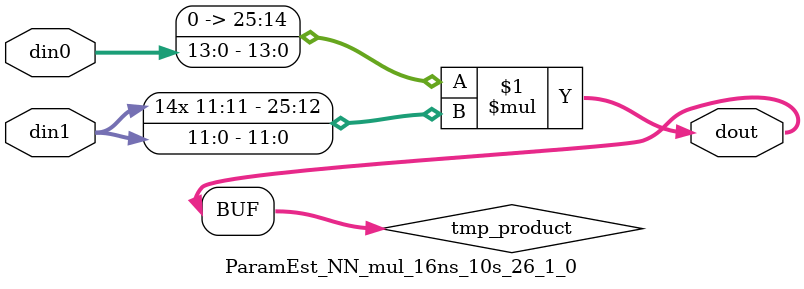
<source format=v>

`timescale 1 ns / 1 ps

  module ParamEst_NN_mul_16ns_10s_26_1_0(din0, din1, dout);
parameter ID = 1;
parameter NUM_STAGE = 0;
parameter din0_WIDTH = 14;
parameter din1_WIDTH = 12;
parameter dout_WIDTH = 26;

input [din0_WIDTH - 1 : 0] din0; 
input [din1_WIDTH - 1 : 0] din1; 
output [dout_WIDTH - 1 : 0] dout;

wire signed [dout_WIDTH - 1 : 0] tmp_product;











assign tmp_product = $signed({1'b0, din0}) * $signed(din1);










assign dout = tmp_product;







endmodule

</source>
